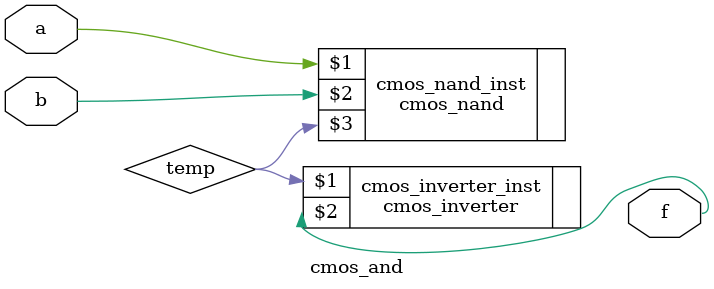
<source format=v>
`timescale 1ns / 1ps

module cmos_and(
    input a,b,
    output f
);
    wire temp;
    cmos_nand cmos_nand_inst(a,b,temp);
    cmos_inverter cmos_inverter_inst(temp,f);
endmodule

</source>
